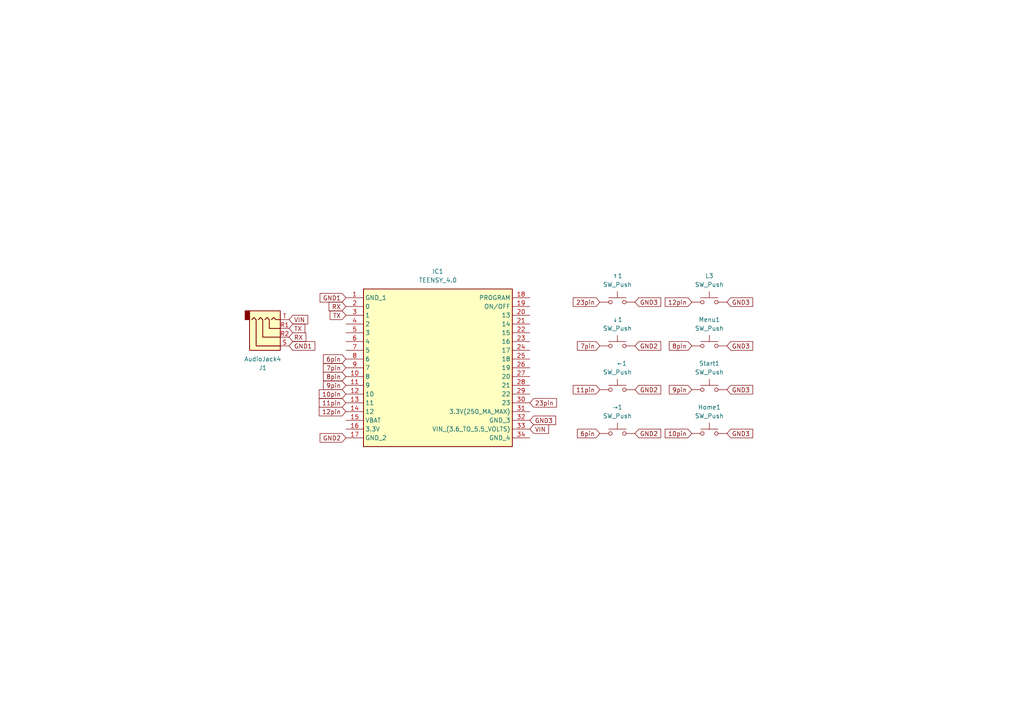
<source format=kicad_sch>
(kicad_sch (version 20231120) (generator "eeschema") (generator_version "8.0")
  (paper "A4")
  (lib_symbols
    (symbol "Connector_Audio:AudioJack4"
      (property "Reference" "J" (at 0 8.89 0))
      (property "Value" "AudioJack4" (at 0 6.35 0))
      (symbol "AudioJack4_0_1"
        (rectangle (start -6.35 -5.08) (end -7.62 -7.62) (stroke (width 0.254)) (fill (type outline)))
        (polyline (pts (xy 0 -5.08) (xy 0.635 -5.715) (xy 1.27 -5.08) (xy 2.54 -5.08)) (stroke (width 0.254)))
        (polyline (pts (xy -5.715 -5.08) (xy -5.08 -5.715) (xy -4.445 -5.08) (xy -4.445 2.54) (xy 2.54 2.54)) (stroke (width 0.254)))
        (polyline (pts (xy -1.905 -5.08) (xy -1.27 -5.715) (xy -0.635 -5.08) (xy -0.635 -2.54) (xy 2.54 -2.54)) (stroke (width 0.254)))
        (polyline (pts (xy 2.54 0) (xy -2.54 0) (xy -2.54 -5.08) (xy -3.175 -5.715) (xy -3.81 -5.08)) (stroke (width 0.254)))
        (rectangle (start 2.54 3.81) (end -6.35 -7.62) (stroke (width 0.254)) (fill (type background)))
      )
      (symbol "AudioJack4_1_1"
        (pin passive line (at 5.08 -2.54 180) (length 2.54) (name "~") (number "R1"))
        (pin passive line (at 5.08 0 180) (length 2.54) (name "~") (number "R2"))
        (pin passive line (at 5.08 2.54 180) (length 2.54) (name "~") (number "S"))
        (pin passive line (at 5.08 -5.08 180) (length 2.54) (name "~") (number "T"))
      )
    )
    (symbol "Switch:SW_Push" (pin_numbers hide) (pin_names (offset 1.016) hide)
      (property "Reference" "SW" (at 1.27 2.54 0))
      (property "Value" "SW_Push" (at 0 -1.524 0))
      (symbol "SW_Push_0_1"
        (circle (center -2.032 0) (radius 0.508))
        (polyline (pts (xy 0 1.27) (xy 0 3.048)))
        (polyline (pts (xy 2.54 1.27) (xy -2.54 1.27)))
        (circle (center 2.032 0) (radius 0.508))
        (pin passive line (at -5.08 0 0) (length 2.54) (name "1") (number "1"))
        (pin passive line (at 5.08 0 180) (length 2.54) (name "2") (number "2"))
      )
    )
    (symbol "Teensy4.0:TEENSY_4.0"
      (property "Reference" "IC" (at 49.53 7.62 0))
      (property "Value" "TEENSY_4.0" (at 49.53 5.08 0))
      (symbol "TEENSY_4.0_1_1"
        (rectangle (start 5.08 2.54) (end 48.26 -43.18) (stroke (width 0.254)) (fill (type background)))
        (pin passive line (at 0 0 0) (length 5.08) (name "GND_1") (number "1"))
        (pin passive line (at 0 -22.86 0) (length 5.08) (name "8") (number "10"))
        (pin passive line (at 0 -25.4 0) (length 5.08) (name "9") (number "11"))
        (pin passive line (at 0 -27.94 0) (length 5.08) (name "10") (number "12"))
        (pin passive line (at 0 -30.48 0) (length 5.08) (name "11") (number "13"))
        (pin passive line (at 0 -33.02 0) (length 5.08) (name "12") (number "14"))
        (pin passive line (at 0 -35.56 0) (length 5.08) (name "VBAT") (number "15"))
        (pin passive line (at 0 -38.1 0) (length 5.08) (name "3.3V") (number "16"))
        (pin passive line (at 0 -40.64 0) (length 5.08) (name "GND_2") (number "17"))
        (pin passive line (at 53.34 0 180) (length 5.08) (name "PROGRAM") (number "18"))
        (pin passive line (at 53.34 -2.54 180) (length 5.08) (name "ON/OFF") (number "19"))
        (pin passive line (at 0 -2.54 0) (length 5.08) (name "0") (number "2"))
        (pin passive line (at 53.34 -5.08 180) (length 5.08) (name "13") (number "20"))
        (pin passive line (at 53.34 -7.62 180) (length 5.08) (name "14") (number "21"))
        (pin passive line (at 53.34 -10.16 180) (length 5.08) (name "15") (number "22"))
        (pin passive line (at 53.34 -12.7 180) (length 5.08) (name "16") (number "23"))
        (pin passive line (at 53.34 -15.24 180) (length 5.08) (name "17") (number "24"))
        (pin passive line (at 53.34 -17.78 180) (length 5.08) (name "18") (number "25"))
        (pin passive line (at 53.34 -20.32 180) (length 5.08) (name "19") (number "26"))
        (pin passive line (at 53.34 -22.86 180) (length 5.08) (name "20") (number "27"))
        (pin passive line (at 53.34 -25.4 180) (length 5.08) (name "21") (number "28"))
        (pin passive line (at 53.34 -27.94 180) (length 5.08) (name "22") (number "29"))
        (pin passive line (at 0 -5.08 0) (length 5.08) (name "1") (number "3"))
        (pin passive line (at 53.34 -30.48 180) (length 5.08) (name "23") (number "30"))
        (pin passive line (at 53.34 -33.02 180) (length 5.08) (name "3.3V(250_MA_MAX)") (number "31"))
        (pin passive line (at 53.34 -35.56 180) (length 5.08) (name "GND_3") (number "32"))
        (pin passive line (at 53.34 -38.1 180) (length 5.08) (name "VIN_(3.6_TO_5.5_VOLTS)") (number "33"))
        (pin passive line (at 53.34 -40.64 180) (length 5.08) (name "GND_4") (number "34"))
        (pin passive line (at 0 -7.62 0) (length 5.08) (name "2") (number "4"))
        (pin passive line (at 0 -10.16 0) (length 5.08) (name "3") (number "5"))
        (pin passive line (at 0 -12.7 0) (length 5.08) (name "4") (number "6"))
        (pin passive line (at 0 -15.24 0) (length 5.08) (name "5") (number "7"))
        (pin passive line (at 0 -17.78 0) (length 5.08) (name "6") (number "8"))
        (pin passive line (at 0 -20.32 0) (length 5.08) (name "7") (number "9"))
      )
    )
  )
  (global_label "GND1" (shape input) (at 100.33 86.36 180) (property "Intersheetrefs" "${INTERSHEET_REFS}" (effects (hide yes))))
  (global_label "11pin" (shape input) (at 173.99 113.03 180) (property "Intersheetrefs" "${INTERSHEET_REFS}" (effects (hide yes))))
  (global_label "23pin" (shape input) (at 173.99 87.63 180) (property "Intersheetrefs" "${INTERSHEET_REFS}" (effects (hide yes))))
  (global_label "RX" (shape input) (at 83.82 97.79 0) (property "Intersheetrefs" "${INTERSHEET_REFS}" (effects (hide yes))))
  (global_label "TX" (shape input) (at 83.82 95.25 0) (property "Intersheetrefs" "${INTERSHEET_REFS}" (effects (hide yes))))
  (global_label "7pin" (shape input) (at 100.33 106.68 180) (property "Intersheetrefs" "${INTERSHEET_REFS}" (effects (hide yes))))
  (global_label "GND3" (shape input) (at 184.15 87.63 0) (property "Intersheetrefs" "${INTERSHEET_REFS}" (effects (hide yes))))
  (global_label "GND2" (shape input) (at 100.33 127 180) (property "Intersheetrefs" "${INTERSHEET_REFS}" (effects (hide yes))))
  (global_label "10pin" (shape input) (at 200.66 125.73 180) (property "Intersheetrefs" "${INTERSHEET_REFS}" (effects (hide yes))))
  (global_label "GND2" (shape input) (at 184.15 100.33 0) (property "Intersheetrefs" "${INTERSHEET_REFS}" (effects (hide yes))))
  (global_label "6pin" (shape input) (at 173.99 125.73 180) (property "Intersheetrefs" "${INTERSHEET_REFS}" (effects (hide yes))))
  (global_label "VIN" (shape input) (at 153.67 124.46 0) (property "Intersheetrefs" "${INTERSHEET_REFS}" (effects (hide yes))))
  (global_label "11pin" (shape input) (at 100.33 116.84 180) (property "Intersheetrefs" "${INTERSHEET_REFS}" (effects (hide yes))))
  (global_label "GND3" (shape input) (at 210.82 87.63 0) (property "Intersheetrefs" "${INTERSHEET_REFS}" (effects (hide yes))))
  (global_label "9pin" (shape input) (at 200.66 113.03 180) (property "Intersheetrefs" "${INTERSHEET_REFS}" (effects (hide yes))))
  (global_label "GND3" (shape input) (at 153.67 121.92 0) (property "Intersheetrefs" "${INTERSHEET_REFS}" (effects (hide yes))))
  (global_label "9pin" (shape input) (at 100.33 111.76 180) (property "Intersheetrefs" "${INTERSHEET_REFS}" (effects (hide yes))))
  (global_label "10pin" (shape input) (at 100.33 114.3 180) (property "Intersheetrefs" "${INTERSHEET_REFS}" (effects (hide yes))))
  (global_label "GND3" (shape input) (at 210.82 113.03 0) (property "Intersheetrefs" "${INTERSHEET_REFS}" (effects (hide yes))))
  (global_label "GND3" (shape input) (at 210.82 100.33 0) (property "Intersheetrefs" "${INTERSHEET_REFS}" (effects (hide yes))))
  (global_label "RX" (shape input) (at 100.33 88.9 180) (property "Intersheetrefs" "${INTERSHEET_REFS}" (effects (hide yes))))
  (global_label "23pin" (shape input) (at 153.67 116.84 0) (property "Intersheetrefs" "${INTERSHEET_REFS}" (effects (hide yes))))
  (global_label "TX" (shape input) (at 100.33 91.44 180) (property "Intersheetrefs" "${INTERSHEET_REFS}" (effects (hide yes))))
  (global_label "GND2" (shape input) (at 184.15 125.73 0) (property "Intersheetrefs" "${INTERSHEET_REFS}" (effects (hide yes))))
  (global_label "GND2" (shape input) (at 184.15 113.03 0) (property "Intersheetrefs" "${INTERSHEET_REFS}" (effects (hide yes))))
  (global_label "12pin" (shape input) (at 100.33 119.38 180) (property "Intersheetrefs" "${INTERSHEET_REFS}" (effects (hide yes))))
  (global_label "12pin" (shape input) (at 200.66 87.63 180) (property "Intersheetrefs" "${INTERSHEET_REFS}" (effects (hide yes))))
  (global_label "GND1" (shape input) (at 83.82 100.33 0) (property "Intersheetrefs" "${INTERSHEET_REFS}" (effects (hide yes))))
  (global_label "VIN" (shape input) (at 83.82 92.71 0) (property "Intersheetrefs" "${INTERSHEET_REFS}" (effects (hide yes))))
  (global_label "7pin" (shape input) (at 173.99 100.33 180) (property "Intersheetrefs" "${INTERSHEET_REFS}" (effects (hide yes))))
  (global_label "8pin" (shape input) (at 200.66 100.33 180) (property "Intersheetrefs" "${INTERSHEET_REFS}" (effects (hide yes))))
  (global_label "GND3" (shape input) (at 210.82 125.73 0) (property "Intersheetrefs" "${INTERSHEET_REFS}" (effects (hide yes))))
  (global_label "6pin" (shape input) (at 100.33 104.14 180) (property "Intersheetrefs" "${INTERSHEET_REFS}" (effects (hide yes))))
  (global_label "8pin" (shape input) (at 100.33 109.22 180) (property "Intersheetrefs" "${INTERSHEET_REFS}" (effects (hide yes))))
  (symbol (lib_id "Switch:SW_Push") (at 205.74 100.33 0) (mirror y) (unit 1)
    (property "Reference" "Menu1" (at 205.74 92.71 0))
    (property "Value" "SW_Push" (at 205.74 95.25 0))
    (property "Footprint" "Button_Switch_THT:SW_PUSH_6mm_H4.3mm" (effects (hide yes)))
    (property "Description" "Push button switch, generic, two pins" (effects (hide yes)))
  )
  (symbol (lib_id "Switch:SW_Push") (at 205.74 113.03 0) (mirror y) (unit 1)
    (property "Reference" "Start1" (at 205.74 105.41 0))
    (property "Value" "SW_Push" (at 205.74 107.95 0))
    (property "Footprint" "Button_Switch_THT:SW_PUSH_6mm_H4.3mm" (effects (hide yes)))
    (property "Description" "Push button switch, generic, two pins" (effects (hide yes)))
  )
  (symbol (lib_id "Switch:SW_Push") (at 179.07 100.33 0) (unit 1)
    (property "Reference" "↓1" (at 179.07 92.71 0))
    (property "Value" "SW_Push" (at 179.07 95.25 0))
    (property "Footprint" "Shinma'sAddLibrary:SW_Kailh_Choc_V2_Lofree_Flow" (effects (hide yes)))
    (property "Description" "Push button switch, generic, two pins" (effects (hide yes)))
  )
  (symbol (lib_id "Switch:SW_Push") (at 179.07 87.63 0) (unit 1)
    (property "Reference" "↑1" (at 179.07 80.01 0))
    (property "Value" "SW_Push" (at 179.07 82.55 0))
    (property "Footprint" "Shinma'sAddLibrary:SW_Kailh_Choc_V2_Lofree_Flow" (effects (hide yes)))
    (property "Description" "Push button switch, generic, two pins" (effects (hide yes)))
  )
  (symbol (lib_id "Switch:SW_Push") (at 205.74 125.73 0) (mirror y) (unit 1)
    (property "Reference" "Home1" (at 205.74 118.11 0))
    (property "Value" "SW_Push" (at 205.74 120.65 0))
    (property "Footprint" "Button_Switch_THT:SW_PUSH_6mm_H4.3mm" (effects (hide yes)))
    (property "Description" "Push button switch, generic, two pins" (effects (hide yes)))
  )
  (symbol (lib_id "Switch:SW_Push") (at 205.74 87.63 0) (unit 1)
    (property "Reference" "L3" (at 205.74 80.01 0))
    (property "Value" "SW_Push" (at 205.74 82.55 0))
    (property "Footprint" "Shinma'sAddLibrary:SW_Kailh_Choc_V2_Lofree_Flow" (effects (hide yes)))
    (property "Description" "Push button switch, generic, two pins" (effects (hide yes)))
  )
  (symbol (lib_id "Teensy4.0:TEENSY_4.0") (at 100.33 86.36 0) (unit 1)
    (property "Reference" "IC1" (at 127 78.74 0))
    (property "Value" "TEENSY_4.0" (at 127 81.28 0))
    (property "Footprint" "Shinma'sAddLibrary:Teensy 4.0 LL" (effects (hide yes)))
    (property "Datasheet" "https://www.pjrc.com/store/teensy40.html" (effects (hide yes)))
    (property "Description" "Teensy USB Board, Version 4.0" (effects (hide yes)))
    (property "Height" "4.64" (effects (hide yes)))
    (property "Manufacturer_Name" "Teensy" (effects (hide yes)))
    (property "Manufacturer_Part_Number" "TEENSY 4.0" (effects (hide yes)))
  )
  (symbol (lib_id "Connector_Audio:AudioJack4") (at 78.74 97.79 0) (mirror x) (unit 1)
    (property "Reference" "J1" (at 76.2 106.68 0))
    (property "Value" "AudioJack4" (at 76.2 104.14 0))
    (property "Footprint" "Shinma'sAddLibrary:TRRS LL" (effects (hide yes)))
    (property "Description" "Audio Jack, 4 Poles (TRRS)" (effects (hide yes)))
  )
  (symbol (lib_id "Switch:SW_Push") (at 179.07 113.03 0) (unit 1)
    (property "Reference" "←1" (at 180.34 105.41 0))
    (property "Value" "SW_Push" (at 179.07 107.95 0))
    (property "Footprint" "Shinma'sAddLibrary:SW_Kailh_Choc_V2_Lofree_Flow" (effects (hide yes)))
    (property "Description" "Push button switch, generic, two pins" (effects (hide yes)))
  )
  (symbol (lib_id "Switch:SW_Push") (at 179.07 125.73 0) (unit 1)
    (property "Reference" "→1" (at 179.07 118.11 0))
    (property "Value" "SW_Push" (at 179.07 120.65 0))
    (property "Footprint" "Shinma'sAddLibrary:SW_Kailh_Choc_V2_Lofree_Flow" (effects (hide yes)))
    (property "Description" "Push button switch, generic, two pins" (effects (hide yes)))
  )
)
</source>
